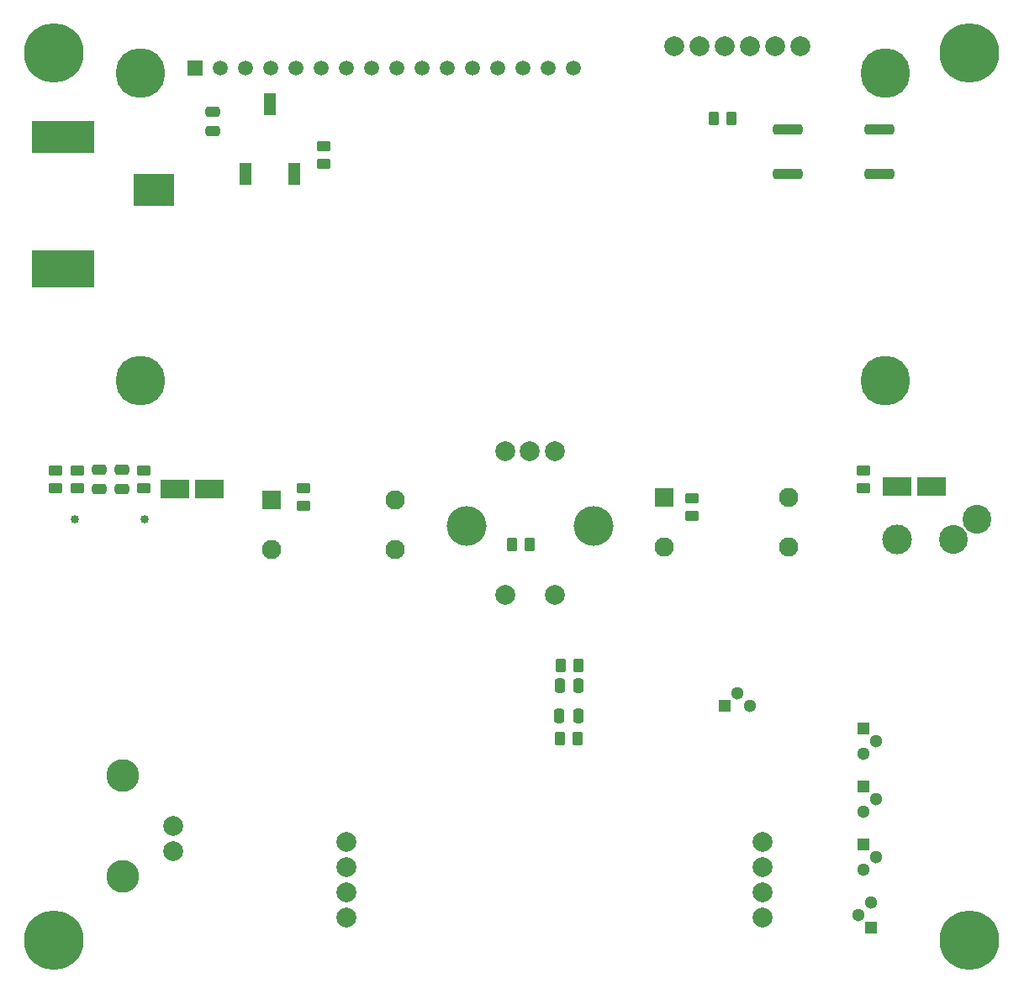
<source format=gbr>
%TF.GenerationSoftware,KiCad,Pcbnew,(6.0.0)*%
%TF.CreationDate,2022-01-14T09:31:31+02:00*%
%TF.ProjectId,uSDX_SMD,75534458-5f53-44d4-942e-6b696361645f,rev?*%
%TF.SameCoordinates,Original*%
%TF.FileFunction,Soldermask,Bot*%
%TF.FilePolarity,Negative*%
%FSLAX46Y46*%
G04 Gerber Fmt 4.6, Leading zero omitted, Abs format (unit mm)*
G04 Created by KiCad (PCBNEW (6.0.0)) date 2022-01-14 09:31:31*
%MOMM*%
%LPD*%
G01*
G04 APERTURE LIST*
G04 Aperture macros list*
%AMRoundRect*
0 Rectangle with rounded corners*
0 $1 Rounding radius*
0 $2 $3 $4 $5 $6 $7 $8 $9 X,Y pos of 4 corners*
0 Add a 4 corners polygon primitive as box body*
4,1,4,$2,$3,$4,$5,$6,$7,$8,$9,$2,$3,0*
0 Add four circle primitives for the rounded corners*
1,1,$1+$1,$2,$3*
1,1,$1+$1,$4,$5*
1,1,$1+$1,$6,$7*
1,1,$1+$1,$8,$9*
0 Add four rect primitives between the rounded corners*
20,1,$1+$1,$2,$3,$4,$5,0*
20,1,$1+$1,$4,$5,$6,$7,0*
20,1,$1+$1,$6,$7,$8,$9,0*
20,1,$1+$1,$8,$9,$2,$3,0*%
G04 Aperture macros list end*
%ADD10C,2.000000*%
%ADD11C,1.300000*%
%ADD12R,1.300000X1.300000*%
%ADD13C,0.850000*%
%ADD14C,2.900000*%
%ADD15C,3.000000*%
%ADD16R,1.950000X1.950000*%
%ADD17C,1.950000*%
%ADD18C,6.000000*%
%ADD19R,1.500000X1.500000*%
%ADD20C,1.500000*%
%ADD21C,5.000000*%
%ADD22C,4.000000*%
%ADD23C,3.300000*%
%ADD24RoundRect,0.250000X0.262500X0.450000X-0.262500X0.450000X-0.262500X-0.450000X0.262500X-0.450000X0*%
%ADD25RoundRect,0.250000X-0.250000X-0.475000X0.250000X-0.475000X0.250000X0.475000X-0.250000X0.475000X0*%
%ADD26RoundRect,0.250000X-1.250000X-0.250000X1.250000X-0.250000X1.250000X0.250000X-1.250000X0.250000X0*%
%ADD27R,1.300000X2.300000*%
%ADD28RoundRect,0.250000X-0.450000X0.262500X-0.450000X-0.262500X0.450000X-0.262500X0.450000X0.262500X0*%
%ADD29RoundRect,0.250000X-0.475000X0.250000X-0.475000X-0.250000X0.475000X-0.250000X0.475000X0.250000X0*%
%ADD30R,2.900000X1.850000*%
%ADD31RoundRect,0.250000X0.450000X-0.262500X0.450000X0.262500X-0.450000X0.262500X-0.450000X-0.262500X0*%
%ADD32RoundRect,0.250000X-0.262500X-0.450000X0.262500X-0.450000X0.262500X0.450000X-0.262500X0.450000X0*%
%ADD33R,6.350000X3.810000*%
%ADD34R,6.350000X3.300000*%
%ADD35R,4.060000X3.300000*%
G04 APERTURE END LIST*
D10*
%TO.C,P1*%
X81280000Y-18084800D03*
%TD*%
%TO.C,P4*%
X88900000Y-18084800D03*
%TD*%
%TO.C,P5*%
X91440000Y-18084800D03*
%TD*%
%TO.C,P6*%
X93980000Y-18084800D03*
%TD*%
D11*
%TO.C,Q1*%
X88900000Y-84582000D03*
X87630000Y-83312000D03*
D12*
X86360000Y-84582000D03*
%TD*%
D11*
%TO.C,Q2*%
X100330000Y-89408000D03*
X101600000Y-88138000D03*
D12*
X100330000Y-86868000D03*
%TD*%
D11*
%TO.C,Q3*%
X100330000Y-95250000D03*
X101600000Y-93980000D03*
D12*
X100330000Y-92710000D03*
%TD*%
D11*
%TO.C,Q4*%
X100330000Y-101092000D03*
X101600000Y-99822000D03*
D12*
X100330000Y-98552000D03*
%TD*%
D11*
%TO.C,Q5*%
X101050000Y-104394000D03*
X99780000Y-105664000D03*
D12*
X101050000Y-106934000D03*
%TD*%
D10*
%TO.C,U1*%
X90170000Y-98298000D03*
X90170000Y-100838000D03*
X90170000Y-103378000D03*
X90170000Y-105918000D03*
X48260000Y-98298000D03*
X48260000Y-100838000D03*
X48260000Y-103378000D03*
X48260000Y-105918000D03*
%TD*%
%TO.C,P2*%
X83820000Y-18084800D03*
%TD*%
%TO.C,P3*%
X86360000Y-18084800D03*
%TD*%
D13*
%TO.C,J4*%
X20880000Y-65790000D03*
X27880000Y-65790000D03*
%TD*%
D14*
%TO.C,J3*%
X111760000Y-65782000D03*
X109310000Y-67782000D03*
D15*
X103710000Y-67782000D03*
%TD*%
D16*
%TO.C,S2*%
X80264998Y-63536000D03*
D17*
X92764998Y-63536000D03*
X80264998Y-68536000D03*
X92764998Y-68536000D03*
%TD*%
D16*
%TO.C,S1*%
X40675000Y-63790000D03*
D17*
X53175000Y-63790000D03*
X40675000Y-68790000D03*
X53175000Y-68790000D03*
%TD*%
D18*
%TO.C, *%
X18796000Y-18796000D03*
%TD*%
%TO.C, *%
X18796000Y-108204000D03*
%TD*%
%TO.C, *%
X110998000Y-18796000D03*
%TD*%
D19*
%TO.C,U2*%
X33020000Y-20320000D03*
D20*
X35560000Y-20320000D03*
X38100000Y-20320000D03*
X40640000Y-20320000D03*
X43180000Y-20320000D03*
X45720000Y-20320000D03*
X48260000Y-20320000D03*
X50800000Y-20320000D03*
X53340000Y-20320000D03*
X55880000Y-20320000D03*
X58420000Y-20320000D03*
X60960000Y-20320000D03*
X63500000Y-20320000D03*
X66040000Y-20320000D03*
X68580000Y-20320000D03*
X71120000Y-20320000D03*
D21*
X27520000Y-20820000D03*
X102520000Y-20820000D03*
X102520000Y-51820000D03*
X27520000Y-51820000D03*
%TD*%
D22*
%TO.C,SW1*%
X73119999Y-66413000D03*
X60319999Y-66413000D03*
D10*
X69219999Y-58913000D03*
X64219999Y-58913000D03*
X66719999Y-58913000D03*
X69219999Y-73413000D03*
X64219999Y-73413000D03*
%TD*%
D18*
%TO.C, *%
X110998000Y-108204000D03*
%TD*%
D10*
%TO.C,J5*%
X30792000Y-96679000D03*
X30792000Y-99219000D03*
D23*
X25712000Y-91599000D03*
X25712000Y-101759000D03*
%TD*%
D24*
%TO.C,R18*%
X71524500Y-87884000D03*
X69699500Y-87884000D03*
%TD*%
%TO.C,R19*%
X71628000Y-80518000D03*
X69803000Y-80518000D03*
%TD*%
D25*
%TO.C,C23*%
X69728000Y-82550000D03*
X71628000Y-82550000D03*
%TD*%
%TO.C,C22*%
X69662000Y-85598000D03*
X71562000Y-85598000D03*
%TD*%
D26*
%TO.C,S3*%
X92632000Y-30977000D03*
X101932000Y-30977000D03*
X92632000Y-26427000D03*
X101932000Y-26427000D03*
%TD*%
D27*
%TO.C,RV1*%
X38048000Y-30988000D03*
X40498000Y-23888000D03*
X42948000Y-30988000D03*
%TD*%
D28*
%TO.C,R20*%
X45974000Y-28147000D03*
X45974000Y-29972000D03*
%TD*%
D24*
%TO.C,R29*%
X87018500Y-25400000D03*
X85193500Y-25400000D03*
%TD*%
D29*
%TO.C,C26*%
X34798000Y-24704000D03*
X34798000Y-26604000D03*
%TD*%
D30*
%TO.C,C11*%
X103660000Y-62484000D03*
X107160000Y-62484000D03*
%TD*%
%TO.C,C14*%
X34416995Y-62738000D03*
X30916995Y-62738000D03*
%TD*%
D29*
%TO.C,C15*%
X25614000Y-60772000D03*
X25614000Y-62672000D03*
%TD*%
%TO.C,C16*%
X23361500Y-60772000D03*
X23361500Y-62672000D03*
%TD*%
D28*
%TO.C,R11*%
X27836500Y-60809500D03*
X27836500Y-62634500D03*
%TD*%
%TO.C,R7*%
X100330000Y-60809500D03*
X100330000Y-62634500D03*
%TD*%
%TO.C,R12*%
X18946500Y-60809500D03*
X18946500Y-62634500D03*
%TD*%
%TO.C,R13*%
X21139000Y-60809500D03*
X21139000Y-62634500D03*
%TD*%
D31*
%TO.C,R25*%
X43942000Y-64412500D03*
X43942000Y-62587500D03*
%TD*%
%TO.C,R26*%
X83058000Y-65428500D03*
X83058000Y-63603500D03*
%TD*%
D32*
%TO.C,R28*%
X64873500Y-68326000D03*
X66698500Y-68326000D03*
%TD*%
D33*
%TO.C,J1*%
X19689800Y-40541300D03*
D34*
X19689800Y-27250300D03*
D35*
X28829800Y-32590300D03*
%TD*%
M02*

</source>
